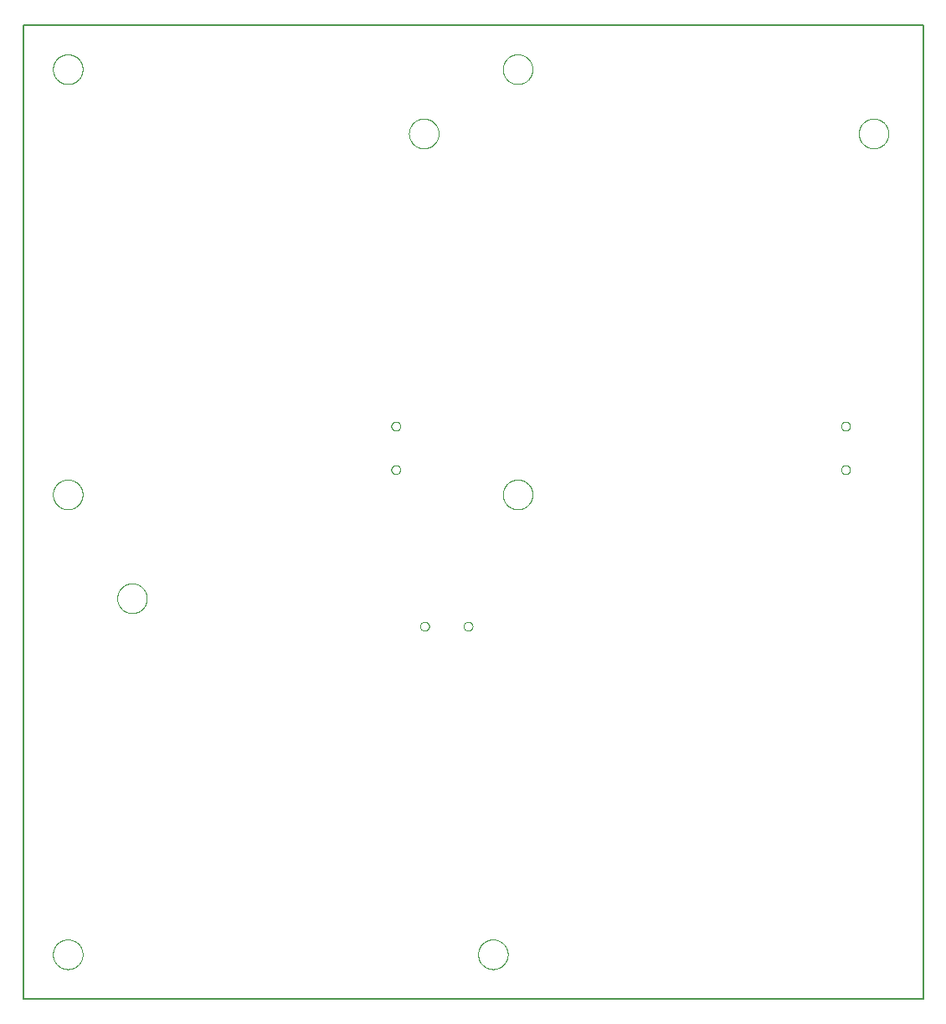
<source format=gbo>
G75*
%MOIN*%
%OFA0B0*%
%FSLAX25Y25*%
%IPPOS*%
%LPD*%
%AMOC8*
5,1,8,0,0,1.08239X$1,22.5*
%
%ADD10C,0.00600*%
%ADD11C,0.00000*%
D10*
X0003739Y0003739D02*
X0003739Y0391534D01*
X0362007Y0391534D01*
X0362007Y0003739D01*
X0003739Y0003739D01*
D11*
X0015550Y0021456D02*
X0015552Y0021609D01*
X0015558Y0021763D01*
X0015568Y0021916D01*
X0015582Y0022068D01*
X0015600Y0022221D01*
X0015622Y0022372D01*
X0015647Y0022523D01*
X0015677Y0022674D01*
X0015711Y0022824D01*
X0015748Y0022972D01*
X0015789Y0023120D01*
X0015834Y0023266D01*
X0015883Y0023412D01*
X0015936Y0023556D01*
X0015992Y0023698D01*
X0016052Y0023839D01*
X0016116Y0023979D01*
X0016183Y0024117D01*
X0016254Y0024253D01*
X0016329Y0024387D01*
X0016406Y0024519D01*
X0016488Y0024649D01*
X0016572Y0024777D01*
X0016660Y0024903D01*
X0016751Y0025026D01*
X0016845Y0025147D01*
X0016943Y0025265D01*
X0017043Y0025381D01*
X0017147Y0025494D01*
X0017253Y0025605D01*
X0017362Y0025713D01*
X0017474Y0025818D01*
X0017588Y0025919D01*
X0017706Y0026018D01*
X0017825Y0026114D01*
X0017947Y0026207D01*
X0018072Y0026296D01*
X0018199Y0026383D01*
X0018328Y0026465D01*
X0018459Y0026545D01*
X0018592Y0026621D01*
X0018727Y0026694D01*
X0018864Y0026763D01*
X0019003Y0026828D01*
X0019143Y0026890D01*
X0019285Y0026948D01*
X0019428Y0027003D01*
X0019573Y0027054D01*
X0019719Y0027101D01*
X0019866Y0027144D01*
X0020014Y0027183D01*
X0020163Y0027219D01*
X0020313Y0027250D01*
X0020464Y0027278D01*
X0020615Y0027302D01*
X0020768Y0027322D01*
X0020920Y0027338D01*
X0021073Y0027350D01*
X0021226Y0027358D01*
X0021379Y0027362D01*
X0021533Y0027362D01*
X0021686Y0027358D01*
X0021839Y0027350D01*
X0021992Y0027338D01*
X0022144Y0027322D01*
X0022297Y0027302D01*
X0022448Y0027278D01*
X0022599Y0027250D01*
X0022749Y0027219D01*
X0022898Y0027183D01*
X0023046Y0027144D01*
X0023193Y0027101D01*
X0023339Y0027054D01*
X0023484Y0027003D01*
X0023627Y0026948D01*
X0023769Y0026890D01*
X0023909Y0026828D01*
X0024048Y0026763D01*
X0024185Y0026694D01*
X0024320Y0026621D01*
X0024453Y0026545D01*
X0024584Y0026465D01*
X0024713Y0026383D01*
X0024840Y0026296D01*
X0024965Y0026207D01*
X0025087Y0026114D01*
X0025206Y0026018D01*
X0025324Y0025919D01*
X0025438Y0025818D01*
X0025550Y0025713D01*
X0025659Y0025605D01*
X0025765Y0025494D01*
X0025869Y0025381D01*
X0025969Y0025265D01*
X0026067Y0025147D01*
X0026161Y0025026D01*
X0026252Y0024903D01*
X0026340Y0024777D01*
X0026424Y0024649D01*
X0026506Y0024519D01*
X0026583Y0024387D01*
X0026658Y0024253D01*
X0026729Y0024117D01*
X0026796Y0023979D01*
X0026860Y0023839D01*
X0026920Y0023698D01*
X0026976Y0023556D01*
X0027029Y0023412D01*
X0027078Y0023266D01*
X0027123Y0023120D01*
X0027164Y0022972D01*
X0027201Y0022824D01*
X0027235Y0022674D01*
X0027265Y0022523D01*
X0027290Y0022372D01*
X0027312Y0022221D01*
X0027330Y0022068D01*
X0027344Y0021916D01*
X0027354Y0021763D01*
X0027360Y0021609D01*
X0027362Y0021456D01*
X0027360Y0021303D01*
X0027354Y0021149D01*
X0027344Y0020996D01*
X0027330Y0020844D01*
X0027312Y0020691D01*
X0027290Y0020540D01*
X0027265Y0020389D01*
X0027235Y0020238D01*
X0027201Y0020088D01*
X0027164Y0019940D01*
X0027123Y0019792D01*
X0027078Y0019646D01*
X0027029Y0019500D01*
X0026976Y0019356D01*
X0026920Y0019214D01*
X0026860Y0019073D01*
X0026796Y0018933D01*
X0026729Y0018795D01*
X0026658Y0018659D01*
X0026583Y0018525D01*
X0026506Y0018393D01*
X0026424Y0018263D01*
X0026340Y0018135D01*
X0026252Y0018009D01*
X0026161Y0017886D01*
X0026067Y0017765D01*
X0025969Y0017647D01*
X0025869Y0017531D01*
X0025765Y0017418D01*
X0025659Y0017307D01*
X0025550Y0017199D01*
X0025438Y0017094D01*
X0025324Y0016993D01*
X0025206Y0016894D01*
X0025087Y0016798D01*
X0024965Y0016705D01*
X0024840Y0016616D01*
X0024713Y0016529D01*
X0024584Y0016447D01*
X0024453Y0016367D01*
X0024320Y0016291D01*
X0024185Y0016218D01*
X0024048Y0016149D01*
X0023909Y0016084D01*
X0023769Y0016022D01*
X0023627Y0015964D01*
X0023484Y0015909D01*
X0023339Y0015858D01*
X0023193Y0015811D01*
X0023046Y0015768D01*
X0022898Y0015729D01*
X0022749Y0015693D01*
X0022599Y0015662D01*
X0022448Y0015634D01*
X0022297Y0015610D01*
X0022144Y0015590D01*
X0021992Y0015574D01*
X0021839Y0015562D01*
X0021686Y0015554D01*
X0021533Y0015550D01*
X0021379Y0015550D01*
X0021226Y0015554D01*
X0021073Y0015562D01*
X0020920Y0015574D01*
X0020768Y0015590D01*
X0020615Y0015610D01*
X0020464Y0015634D01*
X0020313Y0015662D01*
X0020163Y0015693D01*
X0020014Y0015729D01*
X0019866Y0015768D01*
X0019719Y0015811D01*
X0019573Y0015858D01*
X0019428Y0015909D01*
X0019285Y0015964D01*
X0019143Y0016022D01*
X0019003Y0016084D01*
X0018864Y0016149D01*
X0018727Y0016218D01*
X0018592Y0016291D01*
X0018459Y0016367D01*
X0018328Y0016447D01*
X0018199Y0016529D01*
X0018072Y0016616D01*
X0017947Y0016705D01*
X0017825Y0016798D01*
X0017706Y0016894D01*
X0017588Y0016993D01*
X0017474Y0017094D01*
X0017362Y0017199D01*
X0017253Y0017307D01*
X0017147Y0017418D01*
X0017043Y0017531D01*
X0016943Y0017647D01*
X0016845Y0017765D01*
X0016751Y0017886D01*
X0016660Y0018009D01*
X0016572Y0018135D01*
X0016488Y0018263D01*
X0016406Y0018393D01*
X0016329Y0018525D01*
X0016254Y0018659D01*
X0016183Y0018795D01*
X0016116Y0018933D01*
X0016052Y0019073D01*
X0015992Y0019214D01*
X0015936Y0019356D01*
X0015883Y0019500D01*
X0015834Y0019646D01*
X0015789Y0019792D01*
X0015748Y0019940D01*
X0015711Y0020088D01*
X0015677Y0020238D01*
X0015647Y0020389D01*
X0015622Y0020540D01*
X0015600Y0020691D01*
X0015582Y0020844D01*
X0015568Y0020996D01*
X0015558Y0021149D01*
X0015552Y0021303D01*
X0015550Y0021456D01*
X0041140Y0163188D02*
X0041142Y0163341D01*
X0041148Y0163495D01*
X0041158Y0163648D01*
X0041172Y0163800D01*
X0041190Y0163953D01*
X0041212Y0164104D01*
X0041237Y0164255D01*
X0041267Y0164406D01*
X0041301Y0164556D01*
X0041338Y0164704D01*
X0041379Y0164852D01*
X0041424Y0164998D01*
X0041473Y0165144D01*
X0041526Y0165288D01*
X0041582Y0165430D01*
X0041642Y0165571D01*
X0041706Y0165711D01*
X0041773Y0165849D01*
X0041844Y0165985D01*
X0041919Y0166119D01*
X0041996Y0166251D01*
X0042078Y0166381D01*
X0042162Y0166509D01*
X0042250Y0166635D01*
X0042341Y0166758D01*
X0042435Y0166879D01*
X0042533Y0166997D01*
X0042633Y0167113D01*
X0042737Y0167226D01*
X0042843Y0167337D01*
X0042952Y0167445D01*
X0043064Y0167550D01*
X0043178Y0167651D01*
X0043296Y0167750D01*
X0043415Y0167846D01*
X0043537Y0167939D01*
X0043662Y0168028D01*
X0043789Y0168115D01*
X0043918Y0168197D01*
X0044049Y0168277D01*
X0044182Y0168353D01*
X0044317Y0168426D01*
X0044454Y0168495D01*
X0044593Y0168560D01*
X0044733Y0168622D01*
X0044875Y0168680D01*
X0045018Y0168735D01*
X0045163Y0168786D01*
X0045309Y0168833D01*
X0045456Y0168876D01*
X0045604Y0168915D01*
X0045753Y0168951D01*
X0045903Y0168982D01*
X0046054Y0169010D01*
X0046205Y0169034D01*
X0046358Y0169054D01*
X0046510Y0169070D01*
X0046663Y0169082D01*
X0046816Y0169090D01*
X0046969Y0169094D01*
X0047123Y0169094D01*
X0047276Y0169090D01*
X0047429Y0169082D01*
X0047582Y0169070D01*
X0047734Y0169054D01*
X0047887Y0169034D01*
X0048038Y0169010D01*
X0048189Y0168982D01*
X0048339Y0168951D01*
X0048488Y0168915D01*
X0048636Y0168876D01*
X0048783Y0168833D01*
X0048929Y0168786D01*
X0049074Y0168735D01*
X0049217Y0168680D01*
X0049359Y0168622D01*
X0049499Y0168560D01*
X0049638Y0168495D01*
X0049775Y0168426D01*
X0049910Y0168353D01*
X0050043Y0168277D01*
X0050174Y0168197D01*
X0050303Y0168115D01*
X0050430Y0168028D01*
X0050555Y0167939D01*
X0050677Y0167846D01*
X0050796Y0167750D01*
X0050914Y0167651D01*
X0051028Y0167550D01*
X0051140Y0167445D01*
X0051249Y0167337D01*
X0051355Y0167226D01*
X0051459Y0167113D01*
X0051559Y0166997D01*
X0051657Y0166879D01*
X0051751Y0166758D01*
X0051842Y0166635D01*
X0051930Y0166509D01*
X0052014Y0166381D01*
X0052096Y0166251D01*
X0052173Y0166119D01*
X0052248Y0165985D01*
X0052319Y0165849D01*
X0052386Y0165711D01*
X0052450Y0165571D01*
X0052510Y0165430D01*
X0052566Y0165288D01*
X0052619Y0165144D01*
X0052668Y0164998D01*
X0052713Y0164852D01*
X0052754Y0164704D01*
X0052791Y0164556D01*
X0052825Y0164406D01*
X0052855Y0164255D01*
X0052880Y0164104D01*
X0052902Y0163953D01*
X0052920Y0163800D01*
X0052934Y0163648D01*
X0052944Y0163495D01*
X0052950Y0163341D01*
X0052952Y0163188D01*
X0052950Y0163035D01*
X0052944Y0162881D01*
X0052934Y0162728D01*
X0052920Y0162576D01*
X0052902Y0162423D01*
X0052880Y0162272D01*
X0052855Y0162121D01*
X0052825Y0161970D01*
X0052791Y0161820D01*
X0052754Y0161672D01*
X0052713Y0161524D01*
X0052668Y0161378D01*
X0052619Y0161232D01*
X0052566Y0161088D01*
X0052510Y0160946D01*
X0052450Y0160805D01*
X0052386Y0160665D01*
X0052319Y0160527D01*
X0052248Y0160391D01*
X0052173Y0160257D01*
X0052096Y0160125D01*
X0052014Y0159995D01*
X0051930Y0159867D01*
X0051842Y0159741D01*
X0051751Y0159618D01*
X0051657Y0159497D01*
X0051559Y0159379D01*
X0051459Y0159263D01*
X0051355Y0159150D01*
X0051249Y0159039D01*
X0051140Y0158931D01*
X0051028Y0158826D01*
X0050914Y0158725D01*
X0050796Y0158626D01*
X0050677Y0158530D01*
X0050555Y0158437D01*
X0050430Y0158348D01*
X0050303Y0158261D01*
X0050174Y0158179D01*
X0050043Y0158099D01*
X0049910Y0158023D01*
X0049775Y0157950D01*
X0049638Y0157881D01*
X0049499Y0157816D01*
X0049359Y0157754D01*
X0049217Y0157696D01*
X0049074Y0157641D01*
X0048929Y0157590D01*
X0048783Y0157543D01*
X0048636Y0157500D01*
X0048488Y0157461D01*
X0048339Y0157425D01*
X0048189Y0157394D01*
X0048038Y0157366D01*
X0047887Y0157342D01*
X0047734Y0157322D01*
X0047582Y0157306D01*
X0047429Y0157294D01*
X0047276Y0157286D01*
X0047123Y0157282D01*
X0046969Y0157282D01*
X0046816Y0157286D01*
X0046663Y0157294D01*
X0046510Y0157306D01*
X0046358Y0157322D01*
X0046205Y0157342D01*
X0046054Y0157366D01*
X0045903Y0157394D01*
X0045753Y0157425D01*
X0045604Y0157461D01*
X0045456Y0157500D01*
X0045309Y0157543D01*
X0045163Y0157590D01*
X0045018Y0157641D01*
X0044875Y0157696D01*
X0044733Y0157754D01*
X0044593Y0157816D01*
X0044454Y0157881D01*
X0044317Y0157950D01*
X0044182Y0158023D01*
X0044049Y0158099D01*
X0043918Y0158179D01*
X0043789Y0158261D01*
X0043662Y0158348D01*
X0043537Y0158437D01*
X0043415Y0158530D01*
X0043296Y0158626D01*
X0043178Y0158725D01*
X0043064Y0158826D01*
X0042952Y0158931D01*
X0042843Y0159039D01*
X0042737Y0159150D01*
X0042633Y0159263D01*
X0042533Y0159379D01*
X0042435Y0159497D01*
X0042341Y0159618D01*
X0042250Y0159741D01*
X0042162Y0159867D01*
X0042078Y0159995D01*
X0041996Y0160125D01*
X0041919Y0160257D01*
X0041844Y0160391D01*
X0041773Y0160527D01*
X0041706Y0160665D01*
X0041642Y0160805D01*
X0041582Y0160946D01*
X0041526Y0161088D01*
X0041473Y0161232D01*
X0041424Y0161378D01*
X0041379Y0161524D01*
X0041338Y0161672D01*
X0041301Y0161820D01*
X0041267Y0161970D01*
X0041237Y0162121D01*
X0041212Y0162272D01*
X0041190Y0162423D01*
X0041172Y0162576D01*
X0041158Y0162728D01*
X0041148Y0162881D01*
X0041142Y0163035D01*
X0041140Y0163188D01*
X0015550Y0204526D02*
X0015552Y0204679D01*
X0015558Y0204833D01*
X0015568Y0204986D01*
X0015582Y0205138D01*
X0015600Y0205291D01*
X0015622Y0205442D01*
X0015647Y0205593D01*
X0015677Y0205744D01*
X0015711Y0205894D01*
X0015748Y0206042D01*
X0015789Y0206190D01*
X0015834Y0206336D01*
X0015883Y0206482D01*
X0015936Y0206626D01*
X0015992Y0206768D01*
X0016052Y0206909D01*
X0016116Y0207049D01*
X0016183Y0207187D01*
X0016254Y0207323D01*
X0016329Y0207457D01*
X0016406Y0207589D01*
X0016488Y0207719D01*
X0016572Y0207847D01*
X0016660Y0207973D01*
X0016751Y0208096D01*
X0016845Y0208217D01*
X0016943Y0208335D01*
X0017043Y0208451D01*
X0017147Y0208564D01*
X0017253Y0208675D01*
X0017362Y0208783D01*
X0017474Y0208888D01*
X0017588Y0208989D01*
X0017706Y0209088D01*
X0017825Y0209184D01*
X0017947Y0209277D01*
X0018072Y0209366D01*
X0018199Y0209453D01*
X0018328Y0209535D01*
X0018459Y0209615D01*
X0018592Y0209691D01*
X0018727Y0209764D01*
X0018864Y0209833D01*
X0019003Y0209898D01*
X0019143Y0209960D01*
X0019285Y0210018D01*
X0019428Y0210073D01*
X0019573Y0210124D01*
X0019719Y0210171D01*
X0019866Y0210214D01*
X0020014Y0210253D01*
X0020163Y0210289D01*
X0020313Y0210320D01*
X0020464Y0210348D01*
X0020615Y0210372D01*
X0020768Y0210392D01*
X0020920Y0210408D01*
X0021073Y0210420D01*
X0021226Y0210428D01*
X0021379Y0210432D01*
X0021533Y0210432D01*
X0021686Y0210428D01*
X0021839Y0210420D01*
X0021992Y0210408D01*
X0022144Y0210392D01*
X0022297Y0210372D01*
X0022448Y0210348D01*
X0022599Y0210320D01*
X0022749Y0210289D01*
X0022898Y0210253D01*
X0023046Y0210214D01*
X0023193Y0210171D01*
X0023339Y0210124D01*
X0023484Y0210073D01*
X0023627Y0210018D01*
X0023769Y0209960D01*
X0023909Y0209898D01*
X0024048Y0209833D01*
X0024185Y0209764D01*
X0024320Y0209691D01*
X0024453Y0209615D01*
X0024584Y0209535D01*
X0024713Y0209453D01*
X0024840Y0209366D01*
X0024965Y0209277D01*
X0025087Y0209184D01*
X0025206Y0209088D01*
X0025324Y0208989D01*
X0025438Y0208888D01*
X0025550Y0208783D01*
X0025659Y0208675D01*
X0025765Y0208564D01*
X0025869Y0208451D01*
X0025969Y0208335D01*
X0026067Y0208217D01*
X0026161Y0208096D01*
X0026252Y0207973D01*
X0026340Y0207847D01*
X0026424Y0207719D01*
X0026506Y0207589D01*
X0026583Y0207457D01*
X0026658Y0207323D01*
X0026729Y0207187D01*
X0026796Y0207049D01*
X0026860Y0206909D01*
X0026920Y0206768D01*
X0026976Y0206626D01*
X0027029Y0206482D01*
X0027078Y0206336D01*
X0027123Y0206190D01*
X0027164Y0206042D01*
X0027201Y0205894D01*
X0027235Y0205744D01*
X0027265Y0205593D01*
X0027290Y0205442D01*
X0027312Y0205291D01*
X0027330Y0205138D01*
X0027344Y0204986D01*
X0027354Y0204833D01*
X0027360Y0204679D01*
X0027362Y0204526D01*
X0027360Y0204373D01*
X0027354Y0204219D01*
X0027344Y0204066D01*
X0027330Y0203914D01*
X0027312Y0203761D01*
X0027290Y0203610D01*
X0027265Y0203459D01*
X0027235Y0203308D01*
X0027201Y0203158D01*
X0027164Y0203010D01*
X0027123Y0202862D01*
X0027078Y0202716D01*
X0027029Y0202570D01*
X0026976Y0202426D01*
X0026920Y0202284D01*
X0026860Y0202143D01*
X0026796Y0202003D01*
X0026729Y0201865D01*
X0026658Y0201729D01*
X0026583Y0201595D01*
X0026506Y0201463D01*
X0026424Y0201333D01*
X0026340Y0201205D01*
X0026252Y0201079D01*
X0026161Y0200956D01*
X0026067Y0200835D01*
X0025969Y0200717D01*
X0025869Y0200601D01*
X0025765Y0200488D01*
X0025659Y0200377D01*
X0025550Y0200269D01*
X0025438Y0200164D01*
X0025324Y0200063D01*
X0025206Y0199964D01*
X0025087Y0199868D01*
X0024965Y0199775D01*
X0024840Y0199686D01*
X0024713Y0199599D01*
X0024584Y0199517D01*
X0024453Y0199437D01*
X0024320Y0199361D01*
X0024185Y0199288D01*
X0024048Y0199219D01*
X0023909Y0199154D01*
X0023769Y0199092D01*
X0023627Y0199034D01*
X0023484Y0198979D01*
X0023339Y0198928D01*
X0023193Y0198881D01*
X0023046Y0198838D01*
X0022898Y0198799D01*
X0022749Y0198763D01*
X0022599Y0198732D01*
X0022448Y0198704D01*
X0022297Y0198680D01*
X0022144Y0198660D01*
X0021992Y0198644D01*
X0021839Y0198632D01*
X0021686Y0198624D01*
X0021533Y0198620D01*
X0021379Y0198620D01*
X0021226Y0198624D01*
X0021073Y0198632D01*
X0020920Y0198644D01*
X0020768Y0198660D01*
X0020615Y0198680D01*
X0020464Y0198704D01*
X0020313Y0198732D01*
X0020163Y0198763D01*
X0020014Y0198799D01*
X0019866Y0198838D01*
X0019719Y0198881D01*
X0019573Y0198928D01*
X0019428Y0198979D01*
X0019285Y0199034D01*
X0019143Y0199092D01*
X0019003Y0199154D01*
X0018864Y0199219D01*
X0018727Y0199288D01*
X0018592Y0199361D01*
X0018459Y0199437D01*
X0018328Y0199517D01*
X0018199Y0199599D01*
X0018072Y0199686D01*
X0017947Y0199775D01*
X0017825Y0199868D01*
X0017706Y0199964D01*
X0017588Y0200063D01*
X0017474Y0200164D01*
X0017362Y0200269D01*
X0017253Y0200377D01*
X0017147Y0200488D01*
X0017043Y0200601D01*
X0016943Y0200717D01*
X0016845Y0200835D01*
X0016751Y0200956D01*
X0016660Y0201079D01*
X0016572Y0201205D01*
X0016488Y0201333D01*
X0016406Y0201463D01*
X0016329Y0201595D01*
X0016254Y0201729D01*
X0016183Y0201865D01*
X0016116Y0202003D01*
X0016052Y0202143D01*
X0015992Y0202284D01*
X0015936Y0202426D01*
X0015883Y0202570D01*
X0015834Y0202716D01*
X0015789Y0202862D01*
X0015748Y0203010D01*
X0015711Y0203158D01*
X0015677Y0203308D01*
X0015647Y0203459D01*
X0015622Y0203610D01*
X0015600Y0203761D01*
X0015582Y0203914D01*
X0015568Y0204066D01*
X0015558Y0204219D01*
X0015552Y0204373D01*
X0015550Y0204526D01*
X0150274Y0214408D02*
X0150276Y0214492D01*
X0150282Y0214575D01*
X0150292Y0214658D01*
X0150306Y0214741D01*
X0150323Y0214823D01*
X0150345Y0214904D01*
X0150370Y0214983D01*
X0150399Y0215062D01*
X0150432Y0215139D01*
X0150468Y0215214D01*
X0150508Y0215288D01*
X0150551Y0215360D01*
X0150598Y0215429D01*
X0150648Y0215496D01*
X0150701Y0215561D01*
X0150757Y0215623D01*
X0150815Y0215683D01*
X0150877Y0215740D01*
X0150941Y0215793D01*
X0151008Y0215844D01*
X0151077Y0215891D01*
X0151148Y0215936D01*
X0151221Y0215976D01*
X0151296Y0216013D01*
X0151373Y0216047D01*
X0151451Y0216077D01*
X0151530Y0216103D01*
X0151611Y0216126D01*
X0151693Y0216144D01*
X0151775Y0216159D01*
X0151858Y0216170D01*
X0151941Y0216177D01*
X0152025Y0216180D01*
X0152109Y0216179D01*
X0152192Y0216174D01*
X0152276Y0216165D01*
X0152358Y0216152D01*
X0152440Y0216136D01*
X0152521Y0216115D01*
X0152602Y0216091D01*
X0152680Y0216063D01*
X0152758Y0216031D01*
X0152834Y0215995D01*
X0152908Y0215956D01*
X0152980Y0215914D01*
X0153050Y0215868D01*
X0153118Y0215819D01*
X0153183Y0215767D01*
X0153246Y0215712D01*
X0153306Y0215654D01*
X0153364Y0215593D01*
X0153418Y0215529D01*
X0153470Y0215463D01*
X0153518Y0215395D01*
X0153563Y0215324D01*
X0153604Y0215251D01*
X0153643Y0215177D01*
X0153677Y0215101D01*
X0153708Y0215023D01*
X0153735Y0214944D01*
X0153759Y0214863D01*
X0153778Y0214782D01*
X0153794Y0214700D01*
X0153806Y0214617D01*
X0153814Y0214533D01*
X0153818Y0214450D01*
X0153818Y0214366D01*
X0153814Y0214283D01*
X0153806Y0214199D01*
X0153794Y0214116D01*
X0153778Y0214034D01*
X0153759Y0213953D01*
X0153735Y0213872D01*
X0153708Y0213793D01*
X0153677Y0213715D01*
X0153643Y0213639D01*
X0153604Y0213565D01*
X0153563Y0213492D01*
X0153518Y0213421D01*
X0153470Y0213353D01*
X0153418Y0213287D01*
X0153364Y0213223D01*
X0153306Y0213162D01*
X0153246Y0213104D01*
X0153183Y0213049D01*
X0153118Y0212997D01*
X0153050Y0212948D01*
X0152980Y0212902D01*
X0152908Y0212860D01*
X0152834Y0212821D01*
X0152758Y0212785D01*
X0152680Y0212753D01*
X0152602Y0212725D01*
X0152521Y0212701D01*
X0152440Y0212680D01*
X0152358Y0212664D01*
X0152276Y0212651D01*
X0152192Y0212642D01*
X0152109Y0212637D01*
X0152025Y0212636D01*
X0151941Y0212639D01*
X0151858Y0212646D01*
X0151775Y0212657D01*
X0151693Y0212672D01*
X0151611Y0212690D01*
X0151530Y0212713D01*
X0151451Y0212739D01*
X0151373Y0212769D01*
X0151296Y0212803D01*
X0151221Y0212840D01*
X0151148Y0212880D01*
X0151077Y0212925D01*
X0151008Y0212972D01*
X0150941Y0213023D01*
X0150877Y0213076D01*
X0150815Y0213133D01*
X0150757Y0213193D01*
X0150701Y0213255D01*
X0150648Y0213320D01*
X0150598Y0213387D01*
X0150551Y0213456D01*
X0150508Y0213528D01*
X0150468Y0213602D01*
X0150432Y0213677D01*
X0150399Y0213754D01*
X0150370Y0213833D01*
X0150345Y0213912D01*
X0150323Y0213993D01*
X0150306Y0214075D01*
X0150292Y0214158D01*
X0150282Y0214241D01*
X0150276Y0214324D01*
X0150274Y0214408D01*
X0150274Y0231731D02*
X0150276Y0231815D01*
X0150282Y0231898D01*
X0150292Y0231981D01*
X0150306Y0232064D01*
X0150323Y0232146D01*
X0150345Y0232227D01*
X0150370Y0232306D01*
X0150399Y0232385D01*
X0150432Y0232462D01*
X0150468Y0232537D01*
X0150508Y0232611D01*
X0150551Y0232683D01*
X0150598Y0232752D01*
X0150648Y0232819D01*
X0150701Y0232884D01*
X0150757Y0232946D01*
X0150815Y0233006D01*
X0150877Y0233063D01*
X0150941Y0233116D01*
X0151008Y0233167D01*
X0151077Y0233214D01*
X0151148Y0233259D01*
X0151221Y0233299D01*
X0151296Y0233336D01*
X0151373Y0233370D01*
X0151451Y0233400D01*
X0151530Y0233426D01*
X0151611Y0233449D01*
X0151693Y0233467D01*
X0151775Y0233482D01*
X0151858Y0233493D01*
X0151941Y0233500D01*
X0152025Y0233503D01*
X0152109Y0233502D01*
X0152192Y0233497D01*
X0152276Y0233488D01*
X0152358Y0233475D01*
X0152440Y0233459D01*
X0152521Y0233438D01*
X0152602Y0233414D01*
X0152680Y0233386D01*
X0152758Y0233354D01*
X0152834Y0233318D01*
X0152908Y0233279D01*
X0152980Y0233237D01*
X0153050Y0233191D01*
X0153118Y0233142D01*
X0153183Y0233090D01*
X0153246Y0233035D01*
X0153306Y0232977D01*
X0153364Y0232916D01*
X0153418Y0232852D01*
X0153470Y0232786D01*
X0153518Y0232718D01*
X0153563Y0232647D01*
X0153604Y0232574D01*
X0153643Y0232500D01*
X0153677Y0232424D01*
X0153708Y0232346D01*
X0153735Y0232267D01*
X0153759Y0232186D01*
X0153778Y0232105D01*
X0153794Y0232023D01*
X0153806Y0231940D01*
X0153814Y0231856D01*
X0153818Y0231773D01*
X0153818Y0231689D01*
X0153814Y0231606D01*
X0153806Y0231522D01*
X0153794Y0231439D01*
X0153778Y0231357D01*
X0153759Y0231276D01*
X0153735Y0231195D01*
X0153708Y0231116D01*
X0153677Y0231038D01*
X0153643Y0230962D01*
X0153604Y0230888D01*
X0153563Y0230815D01*
X0153518Y0230744D01*
X0153470Y0230676D01*
X0153418Y0230610D01*
X0153364Y0230546D01*
X0153306Y0230485D01*
X0153246Y0230427D01*
X0153183Y0230372D01*
X0153118Y0230320D01*
X0153050Y0230271D01*
X0152980Y0230225D01*
X0152908Y0230183D01*
X0152834Y0230144D01*
X0152758Y0230108D01*
X0152680Y0230076D01*
X0152602Y0230048D01*
X0152521Y0230024D01*
X0152440Y0230003D01*
X0152358Y0229987D01*
X0152276Y0229974D01*
X0152192Y0229965D01*
X0152109Y0229960D01*
X0152025Y0229959D01*
X0151941Y0229962D01*
X0151858Y0229969D01*
X0151775Y0229980D01*
X0151693Y0229995D01*
X0151611Y0230013D01*
X0151530Y0230036D01*
X0151451Y0230062D01*
X0151373Y0230092D01*
X0151296Y0230126D01*
X0151221Y0230163D01*
X0151148Y0230203D01*
X0151077Y0230248D01*
X0151008Y0230295D01*
X0150941Y0230346D01*
X0150877Y0230399D01*
X0150815Y0230456D01*
X0150757Y0230516D01*
X0150701Y0230578D01*
X0150648Y0230643D01*
X0150598Y0230710D01*
X0150551Y0230779D01*
X0150508Y0230851D01*
X0150468Y0230925D01*
X0150432Y0231000D01*
X0150399Y0231077D01*
X0150370Y0231156D01*
X0150345Y0231235D01*
X0150323Y0231316D01*
X0150306Y0231398D01*
X0150292Y0231481D01*
X0150282Y0231564D01*
X0150276Y0231647D01*
X0150274Y0231731D01*
X0194683Y0204526D02*
X0194685Y0204679D01*
X0194691Y0204833D01*
X0194701Y0204986D01*
X0194715Y0205138D01*
X0194733Y0205291D01*
X0194755Y0205442D01*
X0194780Y0205593D01*
X0194810Y0205744D01*
X0194844Y0205894D01*
X0194881Y0206042D01*
X0194922Y0206190D01*
X0194967Y0206336D01*
X0195016Y0206482D01*
X0195069Y0206626D01*
X0195125Y0206768D01*
X0195185Y0206909D01*
X0195249Y0207049D01*
X0195316Y0207187D01*
X0195387Y0207323D01*
X0195462Y0207457D01*
X0195539Y0207589D01*
X0195621Y0207719D01*
X0195705Y0207847D01*
X0195793Y0207973D01*
X0195884Y0208096D01*
X0195978Y0208217D01*
X0196076Y0208335D01*
X0196176Y0208451D01*
X0196280Y0208564D01*
X0196386Y0208675D01*
X0196495Y0208783D01*
X0196607Y0208888D01*
X0196721Y0208989D01*
X0196839Y0209088D01*
X0196958Y0209184D01*
X0197080Y0209277D01*
X0197205Y0209366D01*
X0197332Y0209453D01*
X0197461Y0209535D01*
X0197592Y0209615D01*
X0197725Y0209691D01*
X0197860Y0209764D01*
X0197997Y0209833D01*
X0198136Y0209898D01*
X0198276Y0209960D01*
X0198418Y0210018D01*
X0198561Y0210073D01*
X0198706Y0210124D01*
X0198852Y0210171D01*
X0198999Y0210214D01*
X0199147Y0210253D01*
X0199296Y0210289D01*
X0199446Y0210320D01*
X0199597Y0210348D01*
X0199748Y0210372D01*
X0199901Y0210392D01*
X0200053Y0210408D01*
X0200206Y0210420D01*
X0200359Y0210428D01*
X0200512Y0210432D01*
X0200666Y0210432D01*
X0200819Y0210428D01*
X0200972Y0210420D01*
X0201125Y0210408D01*
X0201277Y0210392D01*
X0201430Y0210372D01*
X0201581Y0210348D01*
X0201732Y0210320D01*
X0201882Y0210289D01*
X0202031Y0210253D01*
X0202179Y0210214D01*
X0202326Y0210171D01*
X0202472Y0210124D01*
X0202617Y0210073D01*
X0202760Y0210018D01*
X0202902Y0209960D01*
X0203042Y0209898D01*
X0203181Y0209833D01*
X0203318Y0209764D01*
X0203453Y0209691D01*
X0203586Y0209615D01*
X0203717Y0209535D01*
X0203846Y0209453D01*
X0203973Y0209366D01*
X0204098Y0209277D01*
X0204220Y0209184D01*
X0204339Y0209088D01*
X0204457Y0208989D01*
X0204571Y0208888D01*
X0204683Y0208783D01*
X0204792Y0208675D01*
X0204898Y0208564D01*
X0205002Y0208451D01*
X0205102Y0208335D01*
X0205200Y0208217D01*
X0205294Y0208096D01*
X0205385Y0207973D01*
X0205473Y0207847D01*
X0205557Y0207719D01*
X0205639Y0207589D01*
X0205716Y0207457D01*
X0205791Y0207323D01*
X0205862Y0207187D01*
X0205929Y0207049D01*
X0205993Y0206909D01*
X0206053Y0206768D01*
X0206109Y0206626D01*
X0206162Y0206482D01*
X0206211Y0206336D01*
X0206256Y0206190D01*
X0206297Y0206042D01*
X0206334Y0205894D01*
X0206368Y0205744D01*
X0206398Y0205593D01*
X0206423Y0205442D01*
X0206445Y0205291D01*
X0206463Y0205138D01*
X0206477Y0204986D01*
X0206487Y0204833D01*
X0206493Y0204679D01*
X0206495Y0204526D01*
X0206493Y0204373D01*
X0206487Y0204219D01*
X0206477Y0204066D01*
X0206463Y0203914D01*
X0206445Y0203761D01*
X0206423Y0203610D01*
X0206398Y0203459D01*
X0206368Y0203308D01*
X0206334Y0203158D01*
X0206297Y0203010D01*
X0206256Y0202862D01*
X0206211Y0202716D01*
X0206162Y0202570D01*
X0206109Y0202426D01*
X0206053Y0202284D01*
X0205993Y0202143D01*
X0205929Y0202003D01*
X0205862Y0201865D01*
X0205791Y0201729D01*
X0205716Y0201595D01*
X0205639Y0201463D01*
X0205557Y0201333D01*
X0205473Y0201205D01*
X0205385Y0201079D01*
X0205294Y0200956D01*
X0205200Y0200835D01*
X0205102Y0200717D01*
X0205002Y0200601D01*
X0204898Y0200488D01*
X0204792Y0200377D01*
X0204683Y0200269D01*
X0204571Y0200164D01*
X0204457Y0200063D01*
X0204339Y0199964D01*
X0204220Y0199868D01*
X0204098Y0199775D01*
X0203973Y0199686D01*
X0203846Y0199599D01*
X0203717Y0199517D01*
X0203586Y0199437D01*
X0203453Y0199361D01*
X0203318Y0199288D01*
X0203181Y0199219D01*
X0203042Y0199154D01*
X0202902Y0199092D01*
X0202760Y0199034D01*
X0202617Y0198979D01*
X0202472Y0198928D01*
X0202326Y0198881D01*
X0202179Y0198838D01*
X0202031Y0198799D01*
X0201882Y0198763D01*
X0201732Y0198732D01*
X0201581Y0198704D01*
X0201430Y0198680D01*
X0201277Y0198660D01*
X0201125Y0198644D01*
X0200972Y0198632D01*
X0200819Y0198624D01*
X0200666Y0198620D01*
X0200512Y0198620D01*
X0200359Y0198624D01*
X0200206Y0198632D01*
X0200053Y0198644D01*
X0199901Y0198660D01*
X0199748Y0198680D01*
X0199597Y0198704D01*
X0199446Y0198732D01*
X0199296Y0198763D01*
X0199147Y0198799D01*
X0198999Y0198838D01*
X0198852Y0198881D01*
X0198706Y0198928D01*
X0198561Y0198979D01*
X0198418Y0199034D01*
X0198276Y0199092D01*
X0198136Y0199154D01*
X0197997Y0199219D01*
X0197860Y0199288D01*
X0197725Y0199361D01*
X0197592Y0199437D01*
X0197461Y0199517D01*
X0197332Y0199599D01*
X0197205Y0199686D01*
X0197080Y0199775D01*
X0196958Y0199868D01*
X0196839Y0199964D01*
X0196721Y0200063D01*
X0196607Y0200164D01*
X0196495Y0200269D01*
X0196386Y0200377D01*
X0196280Y0200488D01*
X0196176Y0200601D01*
X0196076Y0200717D01*
X0195978Y0200835D01*
X0195884Y0200956D01*
X0195793Y0201079D01*
X0195705Y0201205D01*
X0195621Y0201333D01*
X0195539Y0201463D01*
X0195462Y0201595D01*
X0195387Y0201729D01*
X0195316Y0201865D01*
X0195249Y0202003D01*
X0195185Y0202143D01*
X0195125Y0202284D01*
X0195069Y0202426D01*
X0195016Y0202570D01*
X0194967Y0202716D01*
X0194922Y0202862D01*
X0194881Y0203010D01*
X0194844Y0203158D01*
X0194810Y0203308D01*
X0194780Y0203459D01*
X0194755Y0203610D01*
X0194733Y0203761D01*
X0194715Y0203914D01*
X0194701Y0204066D01*
X0194691Y0204219D01*
X0194685Y0204373D01*
X0194683Y0204526D01*
X0179093Y0152046D02*
X0179095Y0152130D01*
X0179101Y0152213D01*
X0179111Y0152296D01*
X0179125Y0152379D01*
X0179142Y0152461D01*
X0179164Y0152542D01*
X0179189Y0152621D01*
X0179218Y0152700D01*
X0179251Y0152777D01*
X0179287Y0152852D01*
X0179327Y0152926D01*
X0179370Y0152998D01*
X0179417Y0153067D01*
X0179467Y0153134D01*
X0179520Y0153199D01*
X0179576Y0153261D01*
X0179634Y0153321D01*
X0179696Y0153378D01*
X0179760Y0153431D01*
X0179827Y0153482D01*
X0179896Y0153529D01*
X0179967Y0153574D01*
X0180040Y0153614D01*
X0180115Y0153651D01*
X0180192Y0153685D01*
X0180270Y0153715D01*
X0180349Y0153741D01*
X0180430Y0153764D01*
X0180512Y0153782D01*
X0180594Y0153797D01*
X0180677Y0153808D01*
X0180760Y0153815D01*
X0180844Y0153818D01*
X0180928Y0153817D01*
X0181011Y0153812D01*
X0181095Y0153803D01*
X0181177Y0153790D01*
X0181259Y0153774D01*
X0181340Y0153753D01*
X0181421Y0153729D01*
X0181499Y0153701D01*
X0181577Y0153669D01*
X0181653Y0153633D01*
X0181727Y0153594D01*
X0181799Y0153552D01*
X0181869Y0153506D01*
X0181937Y0153457D01*
X0182002Y0153405D01*
X0182065Y0153350D01*
X0182125Y0153292D01*
X0182183Y0153231D01*
X0182237Y0153167D01*
X0182289Y0153101D01*
X0182337Y0153033D01*
X0182382Y0152962D01*
X0182423Y0152889D01*
X0182462Y0152815D01*
X0182496Y0152739D01*
X0182527Y0152661D01*
X0182554Y0152582D01*
X0182578Y0152501D01*
X0182597Y0152420D01*
X0182613Y0152338D01*
X0182625Y0152255D01*
X0182633Y0152171D01*
X0182637Y0152088D01*
X0182637Y0152004D01*
X0182633Y0151921D01*
X0182625Y0151837D01*
X0182613Y0151754D01*
X0182597Y0151672D01*
X0182578Y0151591D01*
X0182554Y0151510D01*
X0182527Y0151431D01*
X0182496Y0151353D01*
X0182462Y0151277D01*
X0182423Y0151203D01*
X0182382Y0151130D01*
X0182337Y0151059D01*
X0182289Y0150991D01*
X0182237Y0150925D01*
X0182183Y0150861D01*
X0182125Y0150800D01*
X0182065Y0150742D01*
X0182002Y0150687D01*
X0181937Y0150635D01*
X0181869Y0150586D01*
X0181799Y0150540D01*
X0181727Y0150498D01*
X0181653Y0150459D01*
X0181577Y0150423D01*
X0181499Y0150391D01*
X0181421Y0150363D01*
X0181340Y0150339D01*
X0181259Y0150318D01*
X0181177Y0150302D01*
X0181095Y0150289D01*
X0181011Y0150280D01*
X0180928Y0150275D01*
X0180844Y0150274D01*
X0180760Y0150277D01*
X0180677Y0150284D01*
X0180594Y0150295D01*
X0180512Y0150310D01*
X0180430Y0150328D01*
X0180349Y0150351D01*
X0180270Y0150377D01*
X0180192Y0150407D01*
X0180115Y0150441D01*
X0180040Y0150478D01*
X0179967Y0150518D01*
X0179896Y0150563D01*
X0179827Y0150610D01*
X0179760Y0150661D01*
X0179696Y0150714D01*
X0179634Y0150771D01*
X0179576Y0150831D01*
X0179520Y0150893D01*
X0179467Y0150958D01*
X0179417Y0151025D01*
X0179370Y0151094D01*
X0179327Y0151166D01*
X0179287Y0151240D01*
X0179251Y0151315D01*
X0179218Y0151392D01*
X0179189Y0151471D01*
X0179164Y0151550D01*
X0179142Y0151631D01*
X0179125Y0151713D01*
X0179111Y0151796D01*
X0179101Y0151879D01*
X0179095Y0151962D01*
X0179093Y0152046D01*
X0161770Y0152046D02*
X0161772Y0152130D01*
X0161778Y0152213D01*
X0161788Y0152296D01*
X0161802Y0152379D01*
X0161819Y0152461D01*
X0161841Y0152542D01*
X0161866Y0152621D01*
X0161895Y0152700D01*
X0161928Y0152777D01*
X0161964Y0152852D01*
X0162004Y0152926D01*
X0162047Y0152998D01*
X0162094Y0153067D01*
X0162144Y0153134D01*
X0162197Y0153199D01*
X0162253Y0153261D01*
X0162311Y0153321D01*
X0162373Y0153378D01*
X0162437Y0153431D01*
X0162504Y0153482D01*
X0162573Y0153529D01*
X0162644Y0153574D01*
X0162717Y0153614D01*
X0162792Y0153651D01*
X0162869Y0153685D01*
X0162947Y0153715D01*
X0163026Y0153741D01*
X0163107Y0153764D01*
X0163189Y0153782D01*
X0163271Y0153797D01*
X0163354Y0153808D01*
X0163437Y0153815D01*
X0163521Y0153818D01*
X0163605Y0153817D01*
X0163688Y0153812D01*
X0163772Y0153803D01*
X0163854Y0153790D01*
X0163936Y0153774D01*
X0164017Y0153753D01*
X0164098Y0153729D01*
X0164176Y0153701D01*
X0164254Y0153669D01*
X0164330Y0153633D01*
X0164404Y0153594D01*
X0164476Y0153552D01*
X0164546Y0153506D01*
X0164614Y0153457D01*
X0164679Y0153405D01*
X0164742Y0153350D01*
X0164802Y0153292D01*
X0164860Y0153231D01*
X0164914Y0153167D01*
X0164966Y0153101D01*
X0165014Y0153033D01*
X0165059Y0152962D01*
X0165100Y0152889D01*
X0165139Y0152815D01*
X0165173Y0152739D01*
X0165204Y0152661D01*
X0165231Y0152582D01*
X0165255Y0152501D01*
X0165274Y0152420D01*
X0165290Y0152338D01*
X0165302Y0152255D01*
X0165310Y0152171D01*
X0165314Y0152088D01*
X0165314Y0152004D01*
X0165310Y0151921D01*
X0165302Y0151837D01*
X0165290Y0151754D01*
X0165274Y0151672D01*
X0165255Y0151591D01*
X0165231Y0151510D01*
X0165204Y0151431D01*
X0165173Y0151353D01*
X0165139Y0151277D01*
X0165100Y0151203D01*
X0165059Y0151130D01*
X0165014Y0151059D01*
X0164966Y0150991D01*
X0164914Y0150925D01*
X0164860Y0150861D01*
X0164802Y0150800D01*
X0164742Y0150742D01*
X0164679Y0150687D01*
X0164614Y0150635D01*
X0164546Y0150586D01*
X0164476Y0150540D01*
X0164404Y0150498D01*
X0164330Y0150459D01*
X0164254Y0150423D01*
X0164176Y0150391D01*
X0164098Y0150363D01*
X0164017Y0150339D01*
X0163936Y0150318D01*
X0163854Y0150302D01*
X0163772Y0150289D01*
X0163688Y0150280D01*
X0163605Y0150275D01*
X0163521Y0150274D01*
X0163437Y0150277D01*
X0163354Y0150284D01*
X0163271Y0150295D01*
X0163189Y0150310D01*
X0163107Y0150328D01*
X0163026Y0150351D01*
X0162947Y0150377D01*
X0162869Y0150407D01*
X0162792Y0150441D01*
X0162717Y0150478D01*
X0162644Y0150518D01*
X0162573Y0150563D01*
X0162504Y0150610D01*
X0162437Y0150661D01*
X0162373Y0150714D01*
X0162311Y0150771D01*
X0162253Y0150831D01*
X0162197Y0150893D01*
X0162144Y0150958D01*
X0162094Y0151025D01*
X0162047Y0151094D01*
X0162004Y0151166D01*
X0161964Y0151240D01*
X0161928Y0151315D01*
X0161895Y0151392D01*
X0161866Y0151471D01*
X0161841Y0151550D01*
X0161819Y0151631D01*
X0161802Y0151713D01*
X0161788Y0151796D01*
X0161778Y0151879D01*
X0161772Y0151962D01*
X0161770Y0152046D01*
X0184841Y0021456D02*
X0184843Y0021609D01*
X0184849Y0021763D01*
X0184859Y0021916D01*
X0184873Y0022068D01*
X0184891Y0022221D01*
X0184913Y0022372D01*
X0184938Y0022523D01*
X0184968Y0022674D01*
X0185002Y0022824D01*
X0185039Y0022972D01*
X0185080Y0023120D01*
X0185125Y0023266D01*
X0185174Y0023412D01*
X0185227Y0023556D01*
X0185283Y0023698D01*
X0185343Y0023839D01*
X0185407Y0023979D01*
X0185474Y0024117D01*
X0185545Y0024253D01*
X0185620Y0024387D01*
X0185697Y0024519D01*
X0185779Y0024649D01*
X0185863Y0024777D01*
X0185951Y0024903D01*
X0186042Y0025026D01*
X0186136Y0025147D01*
X0186234Y0025265D01*
X0186334Y0025381D01*
X0186438Y0025494D01*
X0186544Y0025605D01*
X0186653Y0025713D01*
X0186765Y0025818D01*
X0186879Y0025919D01*
X0186997Y0026018D01*
X0187116Y0026114D01*
X0187238Y0026207D01*
X0187363Y0026296D01*
X0187490Y0026383D01*
X0187619Y0026465D01*
X0187750Y0026545D01*
X0187883Y0026621D01*
X0188018Y0026694D01*
X0188155Y0026763D01*
X0188294Y0026828D01*
X0188434Y0026890D01*
X0188576Y0026948D01*
X0188719Y0027003D01*
X0188864Y0027054D01*
X0189010Y0027101D01*
X0189157Y0027144D01*
X0189305Y0027183D01*
X0189454Y0027219D01*
X0189604Y0027250D01*
X0189755Y0027278D01*
X0189906Y0027302D01*
X0190059Y0027322D01*
X0190211Y0027338D01*
X0190364Y0027350D01*
X0190517Y0027358D01*
X0190670Y0027362D01*
X0190824Y0027362D01*
X0190977Y0027358D01*
X0191130Y0027350D01*
X0191283Y0027338D01*
X0191435Y0027322D01*
X0191588Y0027302D01*
X0191739Y0027278D01*
X0191890Y0027250D01*
X0192040Y0027219D01*
X0192189Y0027183D01*
X0192337Y0027144D01*
X0192484Y0027101D01*
X0192630Y0027054D01*
X0192775Y0027003D01*
X0192918Y0026948D01*
X0193060Y0026890D01*
X0193200Y0026828D01*
X0193339Y0026763D01*
X0193476Y0026694D01*
X0193611Y0026621D01*
X0193744Y0026545D01*
X0193875Y0026465D01*
X0194004Y0026383D01*
X0194131Y0026296D01*
X0194256Y0026207D01*
X0194378Y0026114D01*
X0194497Y0026018D01*
X0194615Y0025919D01*
X0194729Y0025818D01*
X0194841Y0025713D01*
X0194950Y0025605D01*
X0195056Y0025494D01*
X0195160Y0025381D01*
X0195260Y0025265D01*
X0195358Y0025147D01*
X0195452Y0025026D01*
X0195543Y0024903D01*
X0195631Y0024777D01*
X0195715Y0024649D01*
X0195797Y0024519D01*
X0195874Y0024387D01*
X0195949Y0024253D01*
X0196020Y0024117D01*
X0196087Y0023979D01*
X0196151Y0023839D01*
X0196211Y0023698D01*
X0196267Y0023556D01*
X0196320Y0023412D01*
X0196369Y0023266D01*
X0196414Y0023120D01*
X0196455Y0022972D01*
X0196492Y0022824D01*
X0196526Y0022674D01*
X0196556Y0022523D01*
X0196581Y0022372D01*
X0196603Y0022221D01*
X0196621Y0022068D01*
X0196635Y0021916D01*
X0196645Y0021763D01*
X0196651Y0021609D01*
X0196653Y0021456D01*
X0196651Y0021303D01*
X0196645Y0021149D01*
X0196635Y0020996D01*
X0196621Y0020844D01*
X0196603Y0020691D01*
X0196581Y0020540D01*
X0196556Y0020389D01*
X0196526Y0020238D01*
X0196492Y0020088D01*
X0196455Y0019940D01*
X0196414Y0019792D01*
X0196369Y0019646D01*
X0196320Y0019500D01*
X0196267Y0019356D01*
X0196211Y0019214D01*
X0196151Y0019073D01*
X0196087Y0018933D01*
X0196020Y0018795D01*
X0195949Y0018659D01*
X0195874Y0018525D01*
X0195797Y0018393D01*
X0195715Y0018263D01*
X0195631Y0018135D01*
X0195543Y0018009D01*
X0195452Y0017886D01*
X0195358Y0017765D01*
X0195260Y0017647D01*
X0195160Y0017531D01*
X0195056Y0017418D01*
X0194950Y0017307D01*
X0194841Y0017199D01*
X0194729Y0017094D01*
X0194615Y0016993D01*
X0194497Y0016894D01*
X0194378Y0016798D01*
X0194256Y0016705D01*
X0194131Y0016616D01*
X0194004Y0016529D01*
X0193875Y0016447D01*
X0193744Y0016367D01*
X0193611Y0016291D01*
X0193476Y0016218D01*
X0193339Y0016149D01*
X0193200Y0016084D01*
X0193060Y0016022D01*
X0192918Y0015964D01*
X0192775Y0015909D01*
X0192630Y0015858D01*
X0192484Y0015811D01*
X0192337Y0015768D01*
X0192189Y0015729D01*
X0192040Y0015693D01*
X0191890Y0015662D01*
X0191739Y0015634D01*
X0191588Y0015610D01*
X0191435Y0015590D01*
X0191283Y0015574D01*
X0191130Y0015562D01*
X0190977Y0015554D01*
X0190824Y0015550D01*
X0190670Y0015550D01*
X0190517Y0015554D01*
X0190364Y0015562D01*
X0190211Y0015574D01*
X0190059Y0015590D01*
X0189906Y0015610D01*
X0189755Y0015634D01*
X0189604Y0015662D01*
X0189454Y0015693D01*
X0189305Y0015729D01*
X0189157Y0015768D01*
X0189010Y0015811D01*
X0188864Y0015858D01*
X0188719Y0015909D01*
X0188576Y0015964D01*
X0188434Y0016022D01*
X0188294Y0016084D01*
X0188155Y0016149D01*
X0188018Y0016218D01*
X0187883Y0016291D01*
X0187750Y0016367D01*
X0187619Y0016447D01*
X0187490Y0016529D01*
X0187363Y0016616D01*
X0187238Y0016705D01*
X0187116Y0016798D01*
X0186997Y0016894D01*
X0186879Y0016993D01*
X0186765Y0017094D01*
X0186653Y0017199D01*
X0186544Y0017307D01*
X0186438Y0017418D01*
X0186334Y0017531D01*
X0186234Y0017647D01*
X0186136Y0017765D01*
X0186042Y0017886D01*
X0185951Y0018009D01*
X0185863Y0018135D01*
X0185779Y0018263D01*
X0185697Y0018393D01*
X0185620Y0018525D01*
X0185545Y0018659D01*
X0185474Y0018795D01*
X0185407Y0018933D01*
X0185343Y0019073D01*
X0185283Y0019214D01*
X0185227Y0019356D01*
X0185174Y0019500D01*
X0185125Y0019646D01*
X0185080Y0019792D01*
X0185039Y0019940D01*
X0185002Y0020088D01*
X0184968Y0020238D01*
X0184938Y0020389D01*
X0184913Y0020540D01*
X0184891Y0020691D01*
X0184873Y0020844D01*
X0184859Y0020996D01*
X0184849Y0021149D01*
X0184843Y0021303D01*
X0184841Y0021456D01*
X0329408Y0214408D02*
X0329410Y0214492D01*
X0329416Y0214575D01*
X0329426Y0214658D01*
X0329440Y0214741D01*
X0329457Y0214823D01*
X0329479Y0214904D01*
X0329504Y0214983D01*
X0329533Y0215062D01*
X0329566Y0215139D01*
X0329602Y0215214D01*
X0329642Y0215288D01*
X0329685Y0215360D01*
X0329732Y0215429D01*
X0329782Y0215496D01*
X0329835Y0215561D01*
X0329891Y0215623D01*
X0329949Y0215683D01*
X0330011Y0215740D01*
X0330075Y0215793D01*
X0330142Y0215844D01*
X0330211Y0215891D01*
X0330282Y0215936D01*
X0330355Y0215976D01*
X0330430Y0216013D01*
X0330507Y0216047D01*
X0330585Y0216077D01*
X0330664Y0216103D01*
X0330745Y0216126D01*
X0330827Y0216144D01*
X0330909Y0216159D01*
X0330992Y0216170D01*
X0331075Y0216177D01*
X0331159Y0216180D01*
X0331243Y0216179D01*
X0331326Y0216174D01*
X0331410Y0216165D01*
X0331492Y0216152D01*
X0331574Y0216136D01*
X0331655Y0216115D01*
X0331736Y0216091D01*
X0331814Y0216063D01*
X0331892Y0216031D01*
X0331968Y0215995D01*
X0332042Y0215956D01*
X0332114Y0215914D01*
X0332184Y0215868D01*
X0332252Y0215819D01*
X0332317Y0215767D01*
X0332380Y0215712D01*
X0332440Y0215654D01*
X0332498Y0215593D01*
X0332552Y0215529D01*
X0332604Y0215463D01*
X0332652Y0215395D01*
X0332697Y0215324D01*
X0332738Y0215251D01*
X0332777Y0215177D01*
X0332811Y0215101D01*
X0332842Y0215023D01*
X0332869Y0214944D01*
X0332893Y0214863D01*
X0332912Y0214782D01*
X0332928Y0214700D01*
X0332940Y0214617D01*
X0332948Y0214533D01*
X0332952Y0214450D01*
X0332952Y0214366D01*
X0332948Y0214283D01*
X0332940Y0214199D01*
X0332928Y0214116D01*
X0332912Y0214034D01*
X0332893Y0213953D01*
X0332869Y0213872D01*
X0332842Y0213793D01*
X0332811Y0213715D01*
X0332777Y0213639D01*
X0332738Y0213565D01*
X0332697Y0213492D01*
X0332652Y0213421D01*
X0332604Y0213353D01*
X0332552Y0213287D01*
X0332498Y0213223D01*
X0332440Y0213162D01*
X0332380Y0213104D01*
X0332317Y0213049D01*
X0332252Y0212997D01*
X0332184Y0212948D01*
X0332114Y0212902D01*
X0332042Y0212860D01*
X0331968Y0212821D01*
X0331892Y0212785D01*
X0331814Y0212753D01*
X0331736Y0212725D01*
X0331655Y0212701D01*
X0331574Y0212680D01*
X0331492Y0212664D01*
X0331410Y0212651D01*
X0331326Y0212642D01*
X0331243Y0212637D01*
X0331159Y0212636D01*
X0331075Y0212639D01*
X0330992Y0212646D01*
X0330909Y0212657D01*
X0330827Y0212672D01*
X0330745Y0212690D01*
X0330664Y0212713D01*
X0330585Y0212739D01*
X0330507Y0212769D01*
X0330430Y0212803D01*
X0330355Y0212840D01*
X0330282Y0212880D01*
X0330211Y0212925D01*
X0330142Y0212972D01*
X0330075Y0213023D01*
X0330011Y0213076D01*
X0329949Y0213133D01*
X0329891Y0213193D01*
X0329835Y0213255D01*
X0329782Y0213320D01*
X0329732Y0213387D01*
X0329685Y0213456D01*
X0329642Y0213528D01*
X0329602Y0213602D01*
X0329566Y0213677D01*
X0329533Y0213754D01*
X0329504Y0213833D01*
X0329479Y0213912D01*
X0329457Y0213993D01*
X0329440Y0214075D01*
X0329426Y0214158D01*
X0329416Y0214241D01*
X0329410Y0214324D01*
X0329408Y0214408D01*
X0329408Y0231731D02*
X0329410Y0231815D01*
X0329416Y0231898D01*
X0329426Y0231981D01*
X0329440Y0232064D01*
X0329457Y0232146D01*
X0329479Y0232227D01*
X0329504Y0232306D01*
X0329533Y0232385D01*
X0329566Y0232462D01*
X0329602Y0232537D01*
X0329642Y0232611D01*
X0329685Y0232683D01*
X0329732Y0232752D01*
X0329782Y0232819D01*
X0329835Y0232884D01*
X0329891Y0232946D01*
X0329949Y0233006D01*
X0330011Y0233063D01*
X0330075Y0233116D01*
X0330142Y0233167D01*
X0330211Y0233214D01*
X0330282Y0233259D01*
X0330355Y0233299D01*
X0330430Y0233336D01*
X0330507Y0233370D01*
X0330585Y0233400D01*
X0330664Y0233426D01*
X0330745Y0233449D01*
X0330827Y0233467D01*
X0330909Y0233482D01*
X0330992Y0233493D01*
X0331075Y0233500D01*
X0331159Y0233503D01*
X0331243Y0233502D01*
X0331326Y0233497D01*
X0331410Y0233488D01*
X0331492Y0233475D01*
X0331574Y0233459D01*
X0331655Y0233438D01*
X0331736Y0233414D01*
X0331814Y0233386D01*
X0331892Y0233354D01*
X0331968Y0233318D01*
X0332042Y0233279D01*
X0332114Y0233237D01*
X0332184Y0233191D01*
X0332252Y0233142D01*
X0332317Y0233090D01*
X0332380Y0233035D01*
X0332440Y0232977D01*
X0332498Y0232916D01*
X0332552Y0232852D01*
X0332604Y0232786D01*
X0332652Y0232718D01*
X0332697Y0232647D01*
X0332738Y0232574D01*
X0332777Y0232500D01*
X0332811Y0232424D01*
X0332842Y0232346D01*
X0332869Y0232267D01*
X0332893Y0232186D01*
X0332912Y0232105D01*
X0332928Y0232023D01*
X0332940Y0231940D01*
X0332948Y0231856D01*
X0332952Y0231773D01*
X0332952Y0231689D01*
X0332948Y0231606D01*
X0332940Y0231522D01*
X0332928Y0231439D01*
X0332912Y0231357D01*
X0332893Y0231276D01*
X0332869Y0231195D01*
X0332842Y0231116D01*
X0332811Y0231038D01*
X0332777Y0230962D01*
X0332738Y0230888D01*
X0332697Y0230815D01*
X0332652Y0230744D01*
X0332604Y0230676D01*
X0332552Y0230610D01*
X0332498Y0230546D01*
X0332440Y0230485D01*
X0332380Y0230427D01*
X0332317Y0230372D01*
X0332252Y0230320D01*
X0332184Y0230271D01*
X0332114Y0230225D01*
X0332042Y0230183D01*
X0331968Y0230144D01*
X0331892Y0230108D01*
X0331814Y0230076D01*
X0331736Y0230048D01*
X0331655Y0230024D01*
X0331574Y0230003D01*
X0331492Y0229987D01*
X0331410Y0229974D01*
X0331326Y0229965D01*
X0331243Y0229960D01*
X0331159Y0229959D01*
X0331075Y0229962D01*
X0330992Y0229969D01*
X0330909Y0229980D01*
X0330827Y0229995D01*
X0330745Y0230013D01*
X0330664Y0230036D01*
X0330585Y0230062D01*
X0330507Y0230092D01*
X0330430Y0230126D01*
X0330355Y0230163D01*
X0330282Y0230203D01*
X0330211Y0230248D01*
X0330142Y0230295D01*
X0330075Y0230346D01*
X0330011Y0230399D01*
X0329949Y0230456D01*
X0329891Y0230516D01*
X0329835Y0230578D01*
X0329782Y0230643D01*
X0329732Y0230710D01*
X0329685Y0230779D01*
X0329642Y0230851D01*
X0329602Y0230925D01*
X0329566Y0231000D01*
X0329533Y0231077D01*
X0329504Y0231156D01*
X0329479Y0231235D01*
X0329457Y0231316D01*
X0329440Y0231398D01*
X0329426Y0231481D01*
X0329416Y0231564D01*
X0329410Y0231647D01*
X0329408Y0231731D01*
X0336416Y0348227D02*
X0336418Y0348380D01*
X0336424Y0348534D01*
X0336434Y0348687D01*
X0336448Y0348839D01*
X0336466Y0348992D01*
X0336488Y0349143D01*
X0336513Y0349294D01*
X0336543Y0349445D01*
X0336577Y0349595D01*
X0336614Y0349743D01*
X0336655Y0349891D01*
X0336700Y0350037D01*
X0336749Y0350183D01*
X0336802Y0350327D01*
X0336858Y0350469D01*
X0336918Y0350610D01*
X0336982Y0350750D01*
X0337049Y0350888D01*
X0337120Y0351024D01*
X0337195Y0351158D01*
X0337272Y0351290D01*
X0337354Y0351420D01*
X0337438Y0351548D01*
X0337526Y0351674D01*
X0337617Y0351797D01*
X0337711Y0351918D01*
X0337809Y0352036D01*
X0337909Y0352152D01*
X0338013Y0352265D01*
X0338119Y0352376D01*
X0338228Y0352484D01*
X0338340Y0352589D01*
X0338454Y0352690D01*
X0338572Y0352789D01*
X0338691Y0352885D01*
X0338813Y0352978D01*
X0338938Y0353067D01*
X0339065Y0353154D01*
X0339194Y0353236D01*
X0339325Y0353316D01*
X0339458Y0353392D01*
X0339593Y0353465D01*
X0339730Y0353534D01*
X0339869Y0353599D01*
X0340009Y0353661D01*
X0340151Y0353719D01*
X0340294Y0353774D01*
X0340439Y0353825D01*
X0340585Y0353872D01*
X0340732Y0353915D01*
X0340880Y0353954D01*
X0341029Y0353990D01*
X0341179Y0354021D01*
X0341330Y0354049D01*
X0341481Y0354073D01*
X0341634Y0354093D01*
X0341786Y0354109D01*
X0341939Y0354121D01*
X0342092Y0354129D01*
X0342245Y0354133D01*
X0342399Y0354133D01*
X0342552Y0354129D01*
X0342705Y0354121D01*
X0342858Y0354109D01*
X0343010Y0354093D01*
X0343163Y0354073D01*
X0343314Y0354049D01*
X0343465Y0354021D01*
X0343615Y0353990D01*
X0343764Y0353954D01*
X0343912Y0353915D01*
X0344059Y0353872D01*
X0344205Y0353825D01*
X0344350Y0353774D01*
X0344493Y0353719D01*
X0344635Y0353661D01*
X0344775Y0353599D01*
X0344914Y0353534D01*
X0345051Y0353465D01*
X0345186Y0353392D01*
X0345319Y0353316D01*
X0345450Y0353236D01*
X0345579Y0353154D01*
X0345706Y0353067D01*
X0345831Y0352978D01*
X0345953Y0352885D01*
X0346072Y0352789D01*
X0346190Y0352690D01*
X0346304Y0352589D01*
X0346416Y0352484D01*
X0346525Y0352376D01*
X0346631Y0352265D01*
X0346735Y0352152D01*
X0346835Y0352036D01*
X0346933Y0351918D01*
X0347027Y0351797D01*
X0347118Y0351674D01*
X0347206Y0351548D01*
X0347290Y0351420D01*
X0347372Y0351290D01*
X0347449Y0351158D01*
X0347524Y0351024D01*
X0347595Y0350888D01*
X0347662Y0350750D01*
X0347726Y0350610D01*
X0347786Y0350469D01*
X0347842Y0350327D01*
X0347895Y0350183D01*
X0347944Y0350037D01*
X0347989Y0349891D01*
X0348030Y0349743D01*
X0348067Y0349595D01*
X0348101Y0349445D01*
X0348131Y0349294D01*
X0348156Y0349143D01*
X0348178Y0348992D01*
X0348196Y0348839D01*
X0348210Y0348687D01*
X0348220Y0348534D01*
X0348226Y0348380D01*
X0348228Y0348227D01*
X0348226Y0348074D01*
X0348220Y0347920D01*
X0348210Y0347767D01*
X0348196Y0347615D01*
X0348178Y0347462D01*
X0348156Y0347311D01*
X0348131Y0347160D01*
X0348101Y0347009D01*
X0348067Y0346859D01*
X0348030Y0346711D01*
X0347989Y0346563D01*
X0347944Y0346417D01*
X0347895Y0346271D01*
X0347842Y0346127D01*
X0347786Y0345985D01*
X0347726Y0345844D01*
X0347662Y0345704D01*
X0347595Y0345566D01*
X0347524Y0345430D01*
X0347449Y0345296D01*
X0347372Y0345164D01*
X0347290Y0345034D01*
X0347206Y0344906D01*
X0347118Y0344780D01*
X0347027Y0344657D01*
X0346933Y0344536D01*
X0346835Y0344418D01*
X0346735Y0344302D01*
X0346631Y0344189D01*
X0346525Y0344078D01*
X0346416Y0343970D01*
X0346304Y0343865D01*
X0346190Y0343764D01*
X0346072Y0343665D01*
X0345953Y0343569D01*
X0345831Y0343476D01*
X0345706Y0343387D01*
X0345579Y0343300D01*
X0345450Y0343218D01*
X0345319Y0343138D01*
X0345186Y0343062D01*
X0345051Y0342989D01*
X0344914Y0342920D01*
X0344775Y0342855D01*
X0344635Y0342793D01*
X0344493Y0342735D01*
X0344350Y0342680D01*
X0344205Y0342629D01*
X0344059Y0342582D01*
X0343912Y0342539D01*
X0343764Y0342500D01*
X0343615Y0342464D01*
X0343465Y0342433D01*
X0343314Y0342405D01*
X0343163Y0342381D01*
X0343010Y0342361D01*
X0342858Y0342345D01*
X0342705Y0342333D01*
X0342552Y0342325D01*
X0342399Y0342321D01*
X0342245Y0342321D01*
X0342092Y0342325D01*
X0341939Y0342333D01*
X0341786Y0342345D01*
X0341634Y0342361D01*
X0341481Y0342381D01*
X0341330Y0342405D01*
X0341179Y0342433D01*
X0341029Y0342464D01*
X0340880Y0342500D01*
X0340732Y0342539D01*
X0340585Y0342582D01*
X0340439Y0342629D01*
X0340294Y0342680D01*
X0340151Y0342735D01*
X0340009Y0342793D01*
X0339869Y0342855D01*
X0339730Y0342920D01*
X0339593Y0342989D01*
X0339458Y0343062D01*
X0339325Y0343138D01*
X0339194Y0343218D01*
X0339065Y0343300D01*
X0338938Y0343387D01*
X0338813Y0343476D01*
X0338691Y0343569D01*
X0338572Y0343665D01*
X0338454Y0343764D01*
X0338340Y0343865D01*
X0338228Y0343970D01*
X0338119Y0344078D01*
X0338013Y0344189D01*
X0337909Y0344302D01*
X0337809Y0344418D01*
X0337711Y0344536D01*
X0337617Y0344657D01*
X0337526Y0344780D01*
X0337438Y0344906D01*
X0337354Y0345034D01*
X0337272Y0345164D01*
X0337195Y0345296D01*
X0337120Y0345430D01*
X0337049Y0345566D01*
X0336982Y0345704D01*
X0336918Y0345844D01*
X0336858Y0345985D01*
X0336802Y0346127D01*
X0336749Y0346271D01*
X0336700Y0346417D01*
X0336655Y0346563D01*
X0336614Y0346711D01*
X0336577Y0346859D01*
X0336543Y0347009D01*
X0336513Y0347160D01*
X0336488Y0347311D01*
X0336466Y0347462D01*
X0336448Y0347615D01*
X0336434Y0347767D01*
X0336424Y0347920D01*
X0336418Y0348074D01*
X0336416Y0348227D01*
X0194683Y0373818D02*
X0194685Y0373971D01*
X0194691Y0374125D01*
X0194701Y0374278D01*
X0194715Y0374430D01*
X0194733Y0374583D01*
X0194755Y0374734D01*
X0194780Y0374885D01*
X0194810Y0375036D01*
X0194844Y0375186D01*
X0194881Y0375334D01*
X0194922Y0375482D01*
X0194967Y0375628D01*
X0195016Y0375774D01*
X0195069Y0375918D01*
X0195125Y0376060D01*
X0195185Y0376201D01*
X0195249Y0376341D01*
X0195316Y0376479D01*
X0195387Y0376615D01*
X0195462Y0376749D01*
X0195539Y0376881D01*
X0195621Y0377011D01*
X0195705Y0377139D01*
X0195793Y0377265D01*
X0195884Y0377388D01*
X0195978Y0377509D01*
X0196076Y0377627D01*
X0196176Y0377743D01*
X0196280Y0377856D01*
X0196386Y0377967D01*
X0196495Y0378075D01*
X0196607Y0378180D01*
X0196721Y0378281D01*
X0196839Y0378380D01*
X0196958Y0378476D01*
X0197080Y0378569D01*
X0197205Y0378658D01*
X0197332Y0378745D01*
X0197461Y0378827D01*
X0197592Y0378907D01*
X0197725Y0378983D01*
X0197860Y0379056D01*
X0197997Y0379125D01*
X0198136Y0379190D01*
X0198276Y0379252D01*
X0198418Y0379310D01*
X0198561Y0379365D01*
X0198706Y0379416D01*
X0198852Y0379463D01*
X0198999Y0379506D01*
X0199147Y0379545D01*
X0199296Y0379581D01*
X0199446Y0379612D01*
X0199597Y0379640D01*
X0199748Y0379664D01*
X0199901Y0379684D01*
X0200053Y0379700D01*
X0200206Y0379712D01*
X0200359Y0379720D01*
X0200512Y0379724D01*
X0200666Y0379724D01*
X0200819Y0379720D01*
X0200972Y0379712D01*
X0201125Y0379700D01*
X0201277Y0379684D01*
X0201430Y0379664D01*
X0201581Y0379640D01*
X0201732Y0379612D01*
X0201882Y0379581D01*
X0202031Y0379545D01*
X0202179Y0379506D01*
X0202326Y0379463D01*
X0202472Y0379416D01*
X0202617Y0379365D01*
X0202760Y0379310D01*
X0202902Y0379252D01*
X0203042Y0379190D01*
X0203181Y0379125D01*
X0203318Y0379056D01*
X0203453Y0378983D01*
X0203586Y0378907D01*
X0203717Y0378827D01*
X0203846Y0378745D01*
X0203973Y0378658D01*
X0204098Y0378569D01*
X0204220Y0378476D01*
X0204339Y0378380D01*
X0204457Y0378281D01*
X0204571Y0378180D01*
X0204683Y0378075D01*
X0204792Y0377967D01*
X0204898Y0377856D01*
X0205002Y0377743D01*
X0205102Y0377627D01*
X0205200Y0377509D01*
X0205294Y0377388D01*
X0205385Y0377265D01*
X0205473Y0377139D01*
X0205557Y0377011D01*
X0205639Y0376881D01*
X0205716Y0376749D01*
X0205791Y0376615D01*
X0205862Y0376479D01*
X0205929Y0376341D01*
X0205993Y0376201D01*
X0206053Y0376060D01*
X0206109Y0375918D01*
X0206162Y0375774D01*
X0206211Y0375628D01*
X0206256Y0375482D01*
X0206297Y0375334D01*
X0206334Y0375186D01*
X0206368Y0375036D01*
X0206398Y0374885D01*
X0206423Y0374734D01*
X0206445Y0374583D01*
X0206463Y0374430D01*
X0206477Y0374278D01*
X0206487Y0374125D01*
X0206493Y0373971D01*
X0206495Y0373818D01*
X0206493Y0373665D01*
X0206487Y0373511D01*
X0206477Y0373358D01*
X0206463Y0373206D01*
X0206445Y0373053D01*
X0206423Y0372902D01*
X0206398Y0372751D01*
X0206368Y0372600D01*
X0206334Y0372450D01*
X0206297Y0372302D01*
X0206256Y0372154D01*
X0206211Y0372008D01*
X0206162Y0371862D01*
X0206109Y0371718D01*
X0206053Y0371576D01*
X0205993Y0371435D01*
X0205929Y0371295D01*
X0205862Y0371157D01*
X0205791Y0371021D01*
X0205716Y0370887D01*
X0205639Y0370755D01*
X0205557Y0370625D01*
X0205473Y0370497D01*
X0205385Y0370371D01*
X0205294Y0370248D01*
X0205200Y0370127D01*
X0205102Y0370009D01*
X0205002Y0369893D01*
X0204898Y0369780D01*
X0204792Y0369669D01*
X0204683Y0369561D01*
X0204571Y0369456D01*
X0204457Y0369355D01*
X0204339Y0369256D01*
X0204220Y0369160D01*
X0204098Y0369067D01*
X0203973Y0368978D01*
X0203846Y0368891D01*
X0203717Y0368809D01*
X0203586Y0368729D01*
X0203453Y0368653D01*
X0203318Y0368580D01*
X0203181Y0368511D01*
X0203042Y0368446D01*
X0202902Y0368384D01*
X0202760Y0368326D01*
X0202617Y0368271D01*
X0202472Y0368220D01*
X0202326Y0368173D01*
X0202179Y0368130D01*
X0202031Y0368091D01*
X0201882Y0368055D01*
X0201732Y0368024D01*
X0201581Y0367996D01*
X0201430Y0367972D01*
X0201277Y0367952D01*
X0201125Y0367936D01*
X0200972Y0367924D01*
X0200819Y0367916D01*
X0200666Y0367912D01*
X0200512Y0367912D01*
X0200359Y0367916D01*
X0200206Y0367924D01*
X0200053Y0367936D01*
X0199901Y0367952D01*
X0199748Y0367972D01*
X0199597Y0367996D01*
X0199446Y0368024D01*
X0199296Y0368055D01*
X0199147Y0368091D01*
X0198999Y0368130D01*
X0198852Y0368173D01*
X0198706Y0368220D01*
X0198561Y0368271D01*
X0198418Y0368326D01*
X0198276Y0368384D01*
X0198136Y0368446D01*
X0197997Y0368511D01*
X0197860Y0368580D01*
X0197725Y0368653D01*
X0197592Y0368729D01*
X0197461Y0368809D01*
X0197332Y0368891D01*
X0197205Y0368978D01*
X0197080Y0369067D01*
X0196958Y0369160D01*
X0196839Y0369256D01*
X0196721Y0369355D01*
X0196607Y0369456D01*
X0196495Y0369561D01*
X0196386Y0369669D01*
X0196280Y0369780D01*
X0196176Y0369893D01*
X0196076Y0370009D01*
X0195978Y0370127D01*
X0195884Y0370248D01*
X0195793Y0370371D01*
X0195705Y0370497D01*
X0195621Y0370625D01*
X0195539Y0370755D01*
X0195462Y0370887D01*
X0195387Y0371021D01*
X0195316Y0371157D01*
X0195249Y0371295D01*
X0195185Y0371435D01*
X0195125Y0371576D01*
X0195069Y0371718D01*
X0195016Y0371862D01*
X0194967Y0372008D01*
X0194922Y0372154D01*
X0194881Y0372302D01*
X0194844Y0372450D01*
X0194810Y0372600D01*
X0194780Y0372751D01*
X0194755Y0372902D01*
X0194733Y0373053D01*
X0194715Y0373206D01*
X0194701Y0373358D01*
X0194691Y0373511D01*
X0194685Y0373665D01*
X0194683Y0373818D01*
X0157282Y0348227D02*
X0157284Y0348380D01*
X0157290Y0348534D01*
X0157300Y0348687D01*
X0157314Y0348839D01*
X0157332Y0348992D01*
X0157354Y0349143D01*
X0157379Y0349294D01*
X0157409Y0349445D01*
X0157443Y0349595D01*
X0157480Y0349743D01*
X0157521Y0349891D01*
X0157566Y0350037D01*
X0157615Y0350183D01*
X0157668Y0350327D01*
X0157724Y0350469D01*
X0157784Y0350610D01*
X0157848Y0350750D01*
X0157915Y0350888D01*
X0157986Y0351024D01*
X0158061Y0351158D01*
X0158138Y0351290D01*
X0158220Y0351420D01*
X0158304Y0351548D01*
X0158392Y0351674D01*
X0158483Y0351797D01*
X0158577Y0351918D01*
X0158675Y0352036D01*
X0158775Y0352152D01*
X0158879Y0352265D01*
X0158985Y0352376D01*
X0159094Y0352484D01*
X0159206Y0352589D01*
X0159320Y0352690D01*
X0159438Y0352789D01*
X0159557Y0352885D01*
X0159679Y0352978D01*
X0159804Y0353067D01*
X0159931Y0353154D01*
X0160060Y0353236D01*
X0160191Y0353316D01*
X0160324Y0353392D01*
X0160459Y0353465D01*
X0160596Y0353534D01*
X0160735Y0353599D01*
X0160875Y0353661D01*
X0161017Y0353719D01*
X0161160Y0353774D01*
X0161305Y0353825D01*
X0161451Y0353872D01*
X0161598Y0353915D01*
X0161746Y0353954D01*
X0161895Y0353990D01*
X0162045Y0354021D01*
X0162196Y0354049D01*
X0162347Y0354073D01*
X0162500Y0354093D01*
X0162652Y0354109D01*
X0162805Y0354121D01*
X0162958Y0354129D01*
X0163111Y0354133D01*
X0163265Y0354133D01*
X0163418Y0354129D01*
X0163571Y0354121D01*
X0163724Y0354109D01*
X0163876Y0354093D01*
X0164029Y0354073D01*
X0164180Y0354049D01*
X0164331Y0354021D01*
X0164481Y0353990D01*
X0164630Y0353954D01*
X0164778Y0353915D01*
X0164925Y0353872D01*
X0165071Y0353825D01*
X0165216Y0353774D01*
X0165359Y0353719D01*
X0165501Y0353661D01*
X0165641Y0353599D01*
X0165780Y0353534D01*
X0165917Y0353465D01*
X0166052Y0353392D01*
X0166185Y0353316D01*
X0166316Y0353236D01*
X0166445Y0353154D01*
X0166572Y0353067D01*
X0166697Y0352978D01*
X0166819Y0352885D01*
X0166938Y0352789D01*
X0167056Y0352690D01*
X0167170Y0352589D01*
X0167282Y0352484D01*
X0167391Y0352376D01*
X0167497Y0352265D01*
X0167601Y0352152D01*
X0167701Y0352036D01*
X0167799Y0351918D01*
X0167893Y0351797D01*
X0167984Y0351674D01*
X0168072Y0351548D01*
X0168156Y0351420D01*
X0168238Y0351290D01*
X0168315Y0351158D01*
X0168390Y0351024D01*
X0168461Y0350888D01*
X0168528Y0350750D01*
X0168592Y0350610D01*
X0168652Y0350469D01*
X0168708Y0350327D01*
X0168761Y0350183D01*
X0168810Y0350037D01*
X0168855Y0349891D01*
X0168896Y0349743D01*
X0168933Y0349595D01*
X0168967Y0349445D01*
X0168997Y0349294D01*
X0169022Y0349143D01*
X0169044Y0348992D01*
X0169062Y0348839D01*
X0169076Y0348687D01*
X0169086Y0348534D01*
X0169092Y0348380D01*
X0169094Y0348227D01*
X0169092Y0348074D01*
X0169086Y0347920D01*
X0169076Y0347767D01*
X0169062Y0347615D01*
X0169044Y0347462D01*
X0169022Y0347311D01*
X0168997Y0347160D01*
X0168967Y0347009D01*
X0168933Y0346859D01*
X0168896Y0346711D01*
X0168855Y0346563D01*
X0168810Y0346417D01*
X0168761Y0346271D01*
X0168708Y0346127D01*
X0168652Y0345985D01*
X0168592Y0345844D01*
X0168528Y0345704D01*
X0168461Y0345566D01*
X0168390Y0345430D01*
X0168315Y0345296D01*
X0168238Y0345164D01*
X0168156Y0345034D01*
X0168072Y0344906D01*
X0167984Y0344780D01*
X0167893Y0344657D01*
X0167799Y0344536D01*
X0167701Y0344418D01*
X0167601Y0344302D01*
X0167497Y0344189D01*
X0167391Y0344078D01*
X0167282Y0343970D01*
X0167170Y0343865D01*
X0167056Y0343764D01*
X0166938Y0343665D01*
X0166819Y0343569D01*
X0166697Y0343476D01*
X0166572Y0343387D01*
X0166445Y0343300D01*
X0166316Y0343218D01*
X0166185Y0343138D01*
X0166052Y0343062D01*
X0165917Y0342989D01*
X0165780Y0342920D01*
X0165641Y0342855D01*
X0165501Y0342793D01*
X0165359Y0342735D01*
X0165216Y0342680D01*
X0165071Y0342629D01*
X0164925Y0342582D01*
X0164778Y0342539D01*
X0164630Y0342500D01*
X0164481Y0342464D01*
X0164331Y0342433D01*
X0164180Y0342405D01*
X0164029Y0342381D01*
X0163876Y0342361D01*
X0163724Y0342345D01*
X0163571Y0342333D01*
X0163418Y0342325D01*
X0163265Y0342321D01*
X0163111Y0342321D01*
X0162958Y0342325D01*
X0162805Y0342333D01*
X0162652Y0342345D01*
X0162500Y0342361D01*
X0162347Y0342381D01*
X0162196Y0342405D01*
X0162045Y0342433D01*
X0161895Y0342464D01*
X0161746Y0342500D01*
X0161598Y0342539D01*
X0161451Y0342582D01*
X0161305Y0342629D01*
X0161160Y0342680D01*
X0161017Y0342735D01*
X0160875Y0342793D01*
X0160735Y0342855D01*
X0160596Y0342920D01*
X0160459Y0342989D01*
X0160324Y0343062D01*
X0160191Y0343138D01*
X0160060Y0343218D01*
X0159931Y0343300D01*
X0159804Y0343387D01*
X0159679Y0343476D01*
X0159557Y0343569D01*
X0159438Y0343665D01*
X0159320Y0343764D01*
X0159206Y0343865D01*
X0159094Y0343970D01*
X0158985Y0344078D01*
X0158879Y0344189D01*
X0158775Y0344302D01*
X0158675Y0344418D01*
X0158577Y0344536D01*
X0158483Y0344657D01*
X0158392Y0344780D01*
X0158304Y0344906D01*
X0158220Y0345034D01*
X0158138Y0345164D01*
X0158061Y0345296D01*
X0157986Y0345430D01*
X0157915Y0345566D01*
X0157848Y0345704D01*
X0157784Y0345844D01*
X0157724Y0345985D01*
X0157668Y0346127D01*
X0157615Y0346271D01*
X0157566Y0346417D01*
X0157521Y0346563D01*
X0157480Y0346711D01*
X0157443Y0346859D01*
X0157409Y0347009D01*
X0157379Y0347160D01*
X0157354Y0347311D01*
X0157332Y0347462D01*
X0157314Y0347615D01*
X0157300Y0347767D01*
X0157290Y0347920D01*
X0157284Y0348074D01*
X0157282Y0348227D01*
X0015550Y0373818D02*
X0015552Y0373971D01*
X0015558Y0374125D01*
X0015568Y0374278D01*
X0015582Y0374430D01*
X0015600Y0374583D01*
X0015622Y0374734D01*
X0015647Y0374885D01*
X0015677Y0375036D01*
X0015711Y0375186D01*
X0015748Y0375334D01*
X0015789Y0375482D01*
X0015834Y0375628D01*
X0015883Y0375774D01*
X0015936Y0375918D01*
X0015992Y0376060D01*
X0016052Y0376201D01*
X0016116Y0376341D01*
X0016183Y0376479D01*
X0016254Y0376615D01*
X0016329Y0376749D01*
X0016406Y0376881D01*
X0016488Y0377011D01*
X0016572Y0377139D01*
X0016660Y0377265D01*
X0016751Y0377388D01*
X0016845Y0377509D01*
X0016943Y0377627D01*
X0017043Y0377743D01*
X0017147Y0377856D01*
X0017253Y0377967D01*
X0017362Y0378075D01*
X0017474Y0378180D01*
X0017588Y0378281D01*
X0017706Y0378380D01*
X0017825Y0378476D01*
X0017947Y0378569D01*
X0018072Y0378658D01*
X0018199Y0378745D01*
X0018328Y0378827D01*
X0018459Y0378907D01*
X0018592Y0378983D01*
X0018727Y0379056D01*
X0018864Y0379125D01*
X0019003Y0379190D01*
X0019143Y0379252D01*
X0019285Y0379310D01*
X0019428Y0379365D01*
X0019573Y0379416D01*
X0019719Y0379463D01*
X0019866Y0379506D01*
X0020014Y0379545D01*
X0020163Y0379581D01*
X0020313Y0379612D01*
X0020464Y0379640D01*
X0020615Y0379664D01*
X0020768Y0379684D01*
X0020920Y0379700D01*
X0021073Y0379712D01*
X0021226Y0379720D01*
X0021379Y0379724D01*
X0021533Y0379724D01*
X0021686Y0379720D01*
X0021839Y0379712D01*
X0021992Y0379700D01*
X0022144Y0379684D01*
X0022297Y0379664D01*
X0022448Y0379640D01*
X0022599Y0379612D01*
X0022749Y0379581D01*
X0022898Y0379545D01*
X0023046Y0379506D01*
X0023193Y0379463D01*
X0023339Y0379416D01*
X0023484Y0379365D01*
X0023627Y0379310D01*
X0023769Y0379252D01*
X0023909Y0379190D01*
X0024048Y0379125D01*
X0024185Y0379056D01*
X0024320Y0378983D01*
X0024453Y0378907D01*
X0024584Y0378827D01*
X0024713Y0378745D01*
X0024840Y0378658D01*
X0024965Y0378569D01*
X0025087Y0378476D01*
X0025206Y0378380D01*
X0025324Y0378281D01*
X0025438Y0378180D01*
X0025550Y0378075D01*
X0025659Y0377967D01*
X0025765Y0377856D01*
X0025869Y0377743D01*
X0025969Y0377627D01*
X0026067Y0377509D01*
X0026161Y0377388D01*
X0026252Y0377265D01*
X0026340Y0377139D01*
X0026424Y0377011D01*
X0026506Y0376881D01*
X0026583Y0376749D01*
X0026658Y0376615D01*
X0026729Y0376479D01*
X0026796Y0376341D01*
X0026860Y0376201D01*
X0026920Y0376060D01*
X0026976Y0375918D01*
X0027029Y0375774D01*
X0027078Y0375628D01*
X0027123Y0375482D01*
X0027164Y0375334D01*
X0027201Y0375186D01*
X0027235Y0375036D01*
X0027265Y0374885D01*
X0027290Y0374734D01*
X0027312Y0374583D01*
X0027330Y0374430D01*
X0027344Y0374278D01*
X0027354Y0374125D01*
X0027360Y0373971D01*
X0027362Y0373818D01*
X0027360Y0373665D01*
X0027354Y0373511D01*
X0027344Y0373358D01*
X0027330Y0373206D01*
X0027312Y0373053D01*
X0027290Y0372902D01*
X0027265Y0372751D01*
X0027235Y0372600D01*
X0027201Y0372450D01*
X0027164Y0372302D01*
X0027123Y0372154D01*
X0027078Y0372008D01*
X0027029Y0371862D01*
X0026976Y0371718D01*
X0026920Y0371576D01*
X0026860Y0371435D01*
X0026796Y0371295D01*
X0026729Y0371157D01*
X0026658Y0371021D01*
X0026583Y0370887D01*
X0026506Y0370755D01*
X0026424Y0370625D01*
X0026340Y0370497D01*
X0026252Y0370371D01*
X0026161Y0370248D01*
X0026067Y0370127D01*
X0025969Y0370009D01*
X0025869Y0369893D01*
X0025765Y0369780D01*
X0025659Y0369669D01*
X0025550Y0369561D01*
X0025438Y0369456D01*
X0025324Y0369355D01*
X0025206Y0369256D01*
X0025087Y0369160D01*
X0024965Y0369067D01*
X0024840Y0368978D01*
X0024713Y0368891D01*
X0024584Y0368809D01*
X0024453Y0368729D01*
X0024320Y0368653D01*
X0024185Y0368580D01*
X0024048Y0368511D01*
X0023909Y0368446D01*
X0023769Y0368384D01*
X0023627Y0368326D01*
X0023484Y0368271D01*
X0023339Y0368220D01*
X0023193Y0368173D01*
X0023046Y0368130D01*
X0022898Y0368091D01*
X0022749Y0368055D01*
X0022599Y0368024D01*
X0022448Y0367996D01*
X0022297Y0367972D01*
X0022144Y0367952D01*
X0021992Y0367936D01*
X0021839Y0367924D01*
X0021686Y0367916D01*
X0021533Y0367912D01*
X0021379Y0367912D01*
X0021226Y0367916D01*
X0021073Y0367924D01*
X0020920Y0367936D01*
X0020768Y0367952D01*
X0020615Y0367972D01*
X0020464Y0367996D01*
X0020313Y0368024D01*
X0020163Y0368055D01*
X0020014Y0368091D01*
X0019866Y0368130D01*
X0019719Y0368173D01*
X0019573Y0368220D01*
X0019428Y0368271D01*
X0019285Y0368326D01*
X0019143Y0368384D01*
X0019003Y0368446D01*
X0018864Y0368511D01*
X0018727Y0368580D01*
X0018592Y0368653D01*
X0018459Y0368729D01*
X0018328Y0368809D01*
X0018199Y0368891D01*
X0018072Y0368978D01*
X0017947Y0369067D01*
X0017825Y0369160D01*
X0017706Y0369256D01*
X0017588Y0369355D01*
X0017474Y0369456D01*
X0017362Y0369561D01*
X0017253Y0369669D01*
X0017147Y0369780D01*
X0017043Y0369893D01*
X0016943Y0370009D01*
X0016845Y0370127D01*
X0016751Y0370248D01*
X0016660Y0370371D01*
X0016572Y0370497D01*
X0016488Y0370625D01*
X0016406Y0370755D01*
X0016329Y0370887D01*
X0016254Y0371021D01*
X0016183Y0371157D01*
X0016116Y0371295D01*
X0016052Y0371435D01*
X0015992Y0371576D01*
X0015936Y0371718D01*
X0015883Y0371862D01*
X0015834Y0372008D01*
X0015789Y0372154D01*
X0015748Y0372302D01*
X0015711Y0372450D01*
X0015677Y0372600D01*
X0015647Y0372751D01*
X0015622Y0372902D01*
X0015600Y0373053D01*
X0015582Y0373206D01*
X0015568Y0373358D01*
X0015558Y0373511D01*
X0015552Y0373665D01*
X0015550Y0373818D01*
M02*

</source>
